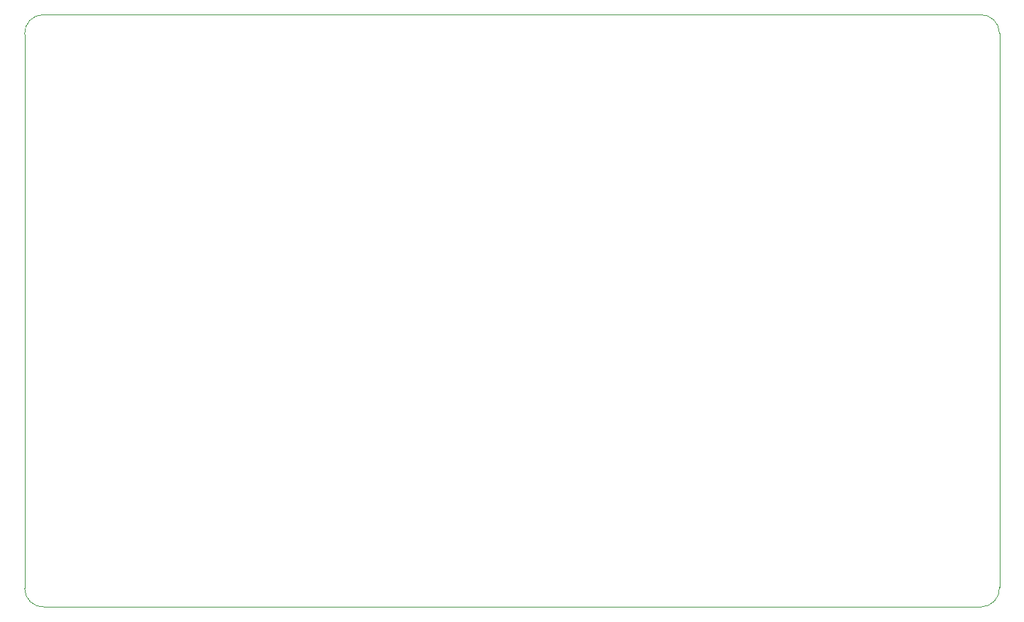
<source format=gbr>
%TF.GenerationSoftware,KiCad,Pcbnew,6.0.0-rc1-unknown-d76c6bc884~144~ubuntu21.10.1*%
%TF.CreationDate,2021-11-30T16:14:46+00:00*%
%TF.ProjectId,tad2_bottom,74616432-5f62-46f7-9474-6f6d2e6b6963,rev?*%
%TF.SameCoordinates,Original*%
%TF.FileFunction,Profile,NP*%
%FSLAX46Y46*%
G04 Gerber Fmt 4.6, Leading zero omitted, Abs format (unit mm)*
G04 Created by KiCad (PCBNEW 6.0.0-rc1-unknown-d76c6bc884~144~ubuntu21.10.1) date 2021-11-30 16:14:46*
%MOMM*%
%LPD*%
G01*
G04 APERTURE LIST*
%TA.AperFunction,Profile*%
%ADD10C,0.050000*%
%TD*%
G04 APERTURE END LIST*
D10*
X153797196Y-97285520D02*
G75*
G03*
X151384392Y-95003040I-2285621J400D01*
G01*
X34417196Y-165357520D02*
G75*
G03*
X36830000Y-167640000I2285999J-1D01*
G01*
X36830000Y-167640000D02*
X151511196Y-167643520D01*
X151511196Y-167643520D02*
G75*
G03*
X153793676Y-165230716I1J2285999D01*
G01*
X153793676Y-165230716D02*
X153797196Y-97285520D01*
X36703196Y-94999520D02*
G75*
G03*
X34420716Y-97412324I-1J-2285999D01*
G01*
X34420716Y-97412324D02*
X34417196Y-165357520D01*
X151384392Y-95003040D02*
X36703196Y-94999520D01*
M02*

</source>
